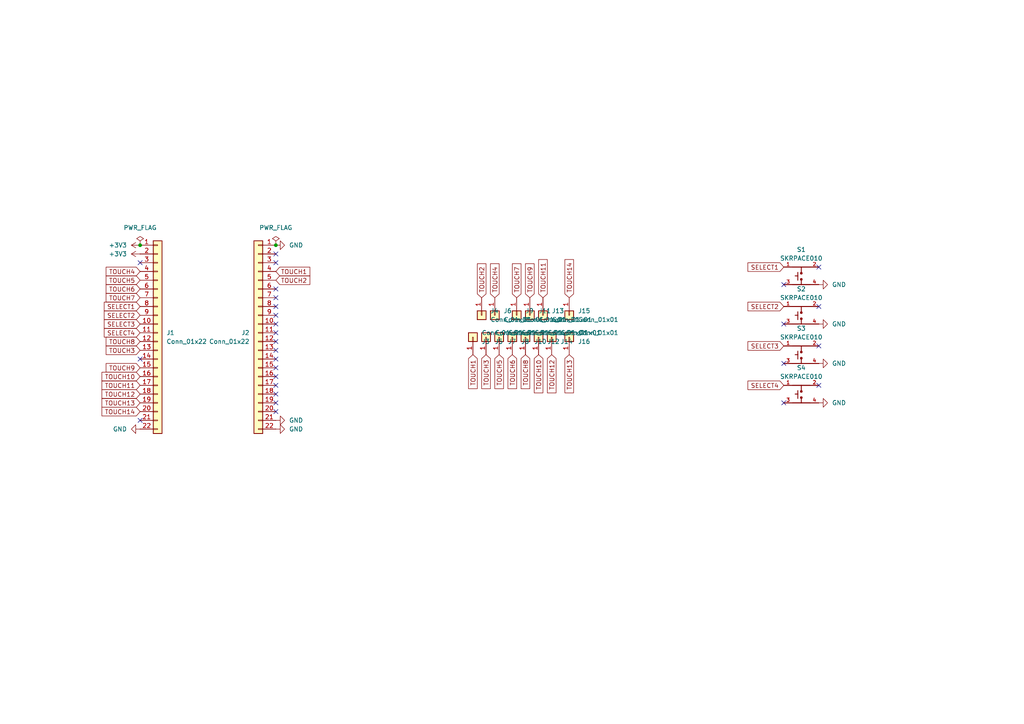
<source format=kicad_sch>
(kicad_sch (version 20231120) (generator "eeschema") (generator_version "8.0")
  (paper "A4")
  (lib_symbols
    (symbol "Connector_Generic:Conn_01x01" (pin_names (offset 1.016) hide)
      (property "Reference" "J" (at 0 2.54 0))
      (property "Value" "Conn_01x01" (at 0 -2.54 0))
      (symbol "Conn_01x01_1_1"
        (rectangle (start -1.27 0.127) (end 0 -0.127) (stroke (width 0.1524)))
        (rectangle (start -1.27 1.27) (end 1.27 -1.27) (stroke (width 0.254)) (fill (type background)))
        (pin passive line (at -5.08 0 0) (length 3.81) (name "Pin_1") (number "1"))
      )
    )
    (symbol "Connector_Generic:Conn_01x22" (pin_names (offset 1.016) hide)
      (property "Reference" "J" (at 0 27.94 0))
      (property "Value" "Conn_01x22" (at 0 -30.48 0))
      (symbol "Conn_01x22_1_1"
        (rectangle (start -1.27 -27.813) (end 0 -28.067) (stroke (width 0.1524)))
        (rectangle (start -1.27 -25.273) (end 0 -25.527) (stroke (width 0.1524)))
        (rectangle (start -1.27 -22.733) (end 0 -22.987) (stroke (width 0.1524)))
        (rectangle (start -1.27 -20.193) (end 0 -20.447) (stroke (width 0.1524)))
        (rectangle (start -1.27 -17.653) (end 0 -17.907) (stroke (width 0.1524)))
        (rectangle (start -1.27 -15.113) (end 0 -15.367) (stroke (width 0.1524)))
        (rectangle (start -1.27 -12.573) (end 0 -12.827) (stroke (width 0.1524)))
        (rectangle (start -1.27 -10.033) (end 0 -10.287) (stroke (width 0.1524)))
        (rectangle (start -1.27 -7.493) (end 0 -7.747) (stroke (width 0.1524)))
        (rectangle (start -1.27 -4.953) (end 0 -5.207) (stroke (width 0.1524)))
        (rectangle (start -1.27 -2.413) (end 0 -2.667) (stroke (width 0.1524)))
        (rectangle (start -1.27 0.127) (end 0 -0.127) (stroke (width 0.1524)))
        (rectangle (start -1.27 2.667) (end 0 2.413) (stroke (width 0.1524)))
        (rectangle (start -1.27 5.207) (end 0 4.953) (stroke (width 0.1524)))
        (rectangle (start -1.27 7.747) (end 0 7.493) (stroke (width 0.1524)))
        (rectangle (start -1.27 10.287) (end 0 10.033) (stroke (width 0.1524)))
        (rectangle (start -1.27 12.827) (end 0 12.573) (stroke (width 0.1524)))
        (rectangle (start -1.27 15.367) (end 0 15.113) (stroke (width 0.1524)))
        (rectangle (start -1.27 17.907) (end 0 17.653) (stroke (width 0.1524)))
        (rectangle (start -1.27 20.447) (end 0 20.193) (stroke (width 0.1524)))
        (rectangle (start -1.27 22.987) (end 0 22.733) (stroke (width 0.1524)))
        (rectangle (start -1.27 25.527) (end 0 25.273) (stroke (width 0.1524)))
        (rectangle (start -1.27 26.67) (end 1.27 -29.21) (stroke (width 0.254)) (fill (type background)))
        (pin passive line (at -5.08 25.4 0) (length 3.81) (name "Pin_1") (number "1"))
        (pin passive line (at -5.08 2.54 0) (length 3.81) (name "Pin_10") (number "10"))
        (pin passive line (at -5.08 0 0) (length 3.81) (name "Pin_11") (number "11"))
        (pin passive line (at -5.08 -2.54 0) (length 3.81) (name "Pin_12") (number "12"))
        (pin passive line (at -5.08 -5.08 0) (length 3.81) (name "Pin_13") (number "13"))
        (pin passive line (at -5.08 -7.62 0) (length 3.81) (name "Pin_14") (number "14"))
        (pin passive line (at -5.08 -10.16 0) (length 3.81) (name "Pin_15") (number "15"))
        (pin passive line (at -5.08 -12.7 0) (length 3.81) (name "Pin_16") (number "16"))
        (pin passive line (at -5.08 -15.24 0) (length 3.81) (name "Pin_17") (number "17"))
        (pin passive line (at -5.08 -17.78 0) (length 3.81) (name "Pin_18") (number "18"))
        (pin passive line (at -5.08 -20.32 0) (length 3.81) (name "Pin_19") (number "19"))
        (pin passive line (at -5.08 22.86 0) (length 3.81) (name "Pin_2") (number "2"))
        (pin passive line (at -5.08 -22.86 0) (length 3.81) (name "Pin_20") (number "20"))
        (pin passive line (at -5.08 -25.4 0) (length 3.81) (name "Pin_21") (number "21"))
        (pin passive line (at -5.08 -27.94 0) (length 3.81) (name "Pin_22") (number "22"))
        (pin passive line (at -5.08 20.32 0) (length 3.81) (name "Pin_3") (number "3"))
        (pin passive line (at -5.08 17.78 0) (length 3.81) (name "Pin_4") (number "4"))
        (pin passive line (at -5.08 15.24 0) (length 3.81) (name "Pin_5") (number "5"))
        (pin passive line (at -5.08 12.7 0) (length 3.81) (name "Pin_6") (number "6"))
        (pin passive line (at -5.08 10.16 0) (length 3.81) (name "Pin_7") (number "7"))
        (pin passive line (at -5.08 7.62 0) (length 3.81) (name "Pin_8") (number "8"))
        (pin passive line (at -5.08 5.08 0) (length 3.81) (name "Pin_9") (number "9"))
      )
    )
    (symbol "SKRPACE010:SKRPACE010" (pin_names (offset 1.016))
      (property "Reference" "S" (at -2.5431 5.0863 0))
      (property "Value" "SKRPACE010" (at -2.5442 -5.0884 0))
      (symbol "SKRPACE010_0_0"
        (circle (center 0 -1.016) (radius 0.254) (stroke (width 0.254)))
        (polyline (pts (xy -5.08 2.54) (xy 5.08 2.54)) (stroke (width 0.254)))
        (polyline (pts (xy -2.54 -2.54) (xy 0 -2.54)) (stroke (width 0.254)))
        (polyline (pts (xy -2.54 2.54) (xy 0 2.54)) (stroke (width 0.254)))
        (polyline (pts (xy -1.016 0) (xy -1.778 0)) (stroke (width 0.254)))
        (polyline (pts (xy -1.016 0) (xy -1.016 -1.27)) (stroke (width 0.254)))
        (polyline (pts (xy -1.016 1.016) (xy -1.016 0)) (stroke (width 0.254)))
        (polyline (pts (xy 0 -2.54) (xy 2.54 -2.54)) (stroke (width 0.254)))
        (polyline (pts (xy 0 -1.016) (xy 0 -2.54)) (stroke (width 0.254)))
        (polyline (pts (xy 0 0.762) (xy 0 2.54)) (stroke (width 0.254)))
        (polyline (pts (xy 0 2.54) (xy 2.54 2.54)) (stroke (width 0.254)))
        (polyline (pts (xy 5.08 -2.54) (xy -5.08 -2.54)) (stroke (width 0.254)))
        (circle (center 0 0.762) (radius 0.254) (stroke (width 0.254)))
      )
      (symbol "SKRPACE010_1_0"
        (pin passive line (at -5.08 2.54 0) (length 2.54) (name "~") (number "1"))
        (pin passive line (at 5.08 2.54 180) (length 2.54) (name "~") (number "2"))
        (pin passive line (at -5.08 -2.54 0) (length 2.54) (name "~") (number "3"))
        (pin passive line (at 5.08 -2.54 180) (length 2.54) (name "~") (number "4"))
      )
    )
    (symbol "power:+3V3" (power) (pin_numbers hide) (pin_names (offset 0) hide)
      (property "Value" "+3V3" (at 0 3.556 0))
      (symbol "+3V3_0_1"
        (polyline (pts (xy -0.762 1.27) (xy 0 2.54)))
        (polyline (pts (xy 0 0) (xy 0 2.54)))
        (polyline (pts (xy 0 2.54) (xy 0.762 1.27)))
      )
      (symbol "+3V3_1_1"
        (pin power_in line (at 0 0 90) (length 0) (name "~") (number "1"))
      )
    )
    (symbol "power:GND" (power) (pin_numbers hide) (pin_names (offset 0) hide)
      (property "Value" "GND" (at 0 -3.81 0))
      (symbol "GND_0_1"
        (polyline (pts (xy 0 0) (xy 0 -1.27) (xy 1.27 -1.27) (xy 0 -2.54) (xy -1.27 -1.27) (xy 0 -1.27)))
      )
      (symbol "GND_1_1"
        (pin power_in line (at 0 0 270) (length 0) (name "~") (number "1"))
      )
    )
    (symbol "power:PWR_FLAG" (power) (pin_numbers hide) (pin_names (offset 0) hide)
      (property "Value" "PWR_FLAG" (at 0 3.81 0))
      (symbol "PWR_FLAG_0_0"
        (pin power_out line (at 0 0 90) (length 0) (name "~") (number "1"))
      )
      (symbol "PWR_FLAG_0_1"
        (polyline (pts (xy 0 0) (xy 0 1.27) (xy -1.016 1.905) (xy 0 2.54) (xy 1.016 1.905) (xy 0 1.27)))
      )
    )
  )
  (junction (at 40.64 71.12))
  (junction (at 80.01 71.12))
  (no_connect (at 80.01 106.68))
  (no_connect (at 40.64 104.14))
  (no_connect (at 80.01 104.14))
  (no_connect (at 80.01 114.3))
  (no_connect (at 80.01 88.9))
  (no_connect (at 80.01 119.38))
  (no_connect (at 40.64 76.2))
  (no_connect (at 80.01 116.84))
  (no_connect (at 80.01 73.66))
  (no_connect (at 80.01 111.76))
  (no_connect (at 80.01 86.36))
  (no_connect (at 237.49 77.47))
  (no_connect (at 80.01 96.52))
  (no_connect (at 237.49 111.76))
  (no_connect (at 80.01 109.22))
  (no_connect (at 80.01 76.2))
  (no_connect (at 227.33 105.41))
  (no_connect (at 80.01 91.44))
  (no_connect (at 80.01 101.6))
  (no_connect (at 80.01 93.98))
  (no_connect (at 80.01 83.82))
  (no_connect (at 237.49 100.33))
  (no_connect (at 227.33 93.98))
  (no_connect (at 227.33 116.84))
  (no_connect (at 227.33 82.55))
  (no_connect (at 237.49 88.9))
  (no_connect (at 80.01 99.06))
  (no_connect (at 40.64 121.92))
  (global_label "SELECT4" (shape input) (at 227.33 111.76 180) (property "Intersheetrefs" "${INTERSHEET_REFS}" (effects (hide yes))))
  (global_label "SELECT2" (shape input) (at 40.64 91.44 180) (property "Intersheetrefs" "${INTERSHEET_REFS}" (effects (hide yes))))
  (global_label "TOUCH2" (shape input) (at 80.01 81.28 0) (property "Intersheetrefs" "${INTERSHEET_REFS}" (effects (hide yes))))
  (global_label "TOUCH3" (shape input) (at 140.97 102.87 270) (property "Intersheetrefs" "${INTERSHEET_REFS}" (effects (hide yes))))
  (global_label "SELECT3" (shape input) (at 227.33 100.33 180) (property "Intersheetrefs" "${INTERSHEET_REFS}" (effects (hide yes))))
  (global_label "TOUCH4" (shape input) (at 40.64 78.74 180) (property "Intersheetrefs" "${INTERSHEET_REFS}" (effects (hide yes))))
  (global_label "TOUCH1" (shape input) (at 80.01 78.74 0) (property "Intersheetrefs" "${INTERSHEET_REFS}" (effects (hide yes))))
  (global_label "TOUCH11" (shape input) (at 40.64 111.76 180) (property "Intersheetrefs" "${INTERSHEET_REFS}" (effects (hide yes))))
  (global_label "TOUCH9" (shape input) (at 40.64 106.68 180) (property "Intersheetrefs" "${INTERSHEET_REFS}" (effects (hide yes))))
  (global_label "TOUCH10" (shape input) (at 40.64 109.22 180) (property "Intersheetrefs" "${INTERSHEET_REFS}" (effects (hide yes))))
  (global_label "TOUCH12" (shape input) (at 40.64 114.3 180) (property "Intersheetrefs" "${INTERSHEET_REFS}" (effects (hide yes))))
  (global_label "TOUCH4" (shape input) (at 143.51 86.36 90) (property "Intersheetrefs" "${INTERSHEET_REFS}" (effects (hide yes))))
  (global_label "SELECT4" (shape input) (at 40.64 96.52 180) (property "Intersheetrefs" "${INTERSHEET_REFS}" (effects (hide yes))))
  (global_label "TOUCH3" (shape input) (at 40.64 101.6 180) (property "Intersheetrefs" "${INTERSHEET_REFS}" (effects (hide yes))))
  (global_label "SELECT1" (shape input) (at 40.64 88.9 180) (property "Intersheetrefs" "${INTERSHEET_REFS}" (effects (hide yes))))
  (global_label "TOUCH8" (shape input) (at 40.64 99.06 180) (property "Intersheetrefs" "${INTERSHEET_REFS}" (effects (hide yes))))
  (global_label "TOUCH14" (shape input) (at 40.64 119.38 180) (property "Intersheetrefs" "${INTERSHEET_REFS}" (effects (hide yes))))
  (global_label "SELECT3" (shape input) (at 40.64 93.98 180) (property "Intersheetrefs" "${INTERSHEET_REFS}" (effects (hide yes))))
  (global_label "TOUCH10" (shape input) (at 156.21 102.87 270) (property "Intersheetrefs" "${INTERSHEET_REFS}" (effects (hide yes))))
  (global_label "TOUCH9" (shape input) (at 153.67 86.36 90) (property "Intersheetrefs" "${INTERSHEET_REFS}" (effects (hide yes))))
  (global_label "TOUCH13" (shape input) (at 40.64 116.84 180) (property "Intersheetrefs" "${INTERSHEET_REFS}" (effects (hide yes))))
  (global_label "TOUCH12" (shape input) (at 160.02 102.87 270) (property "Intersheetrefs" "${INTERSHEET_REFS}" (effects (hide yes))))
  (global_label "TOUCH5" (shape input) (at 40.64 81.28 180) (property "Intersheetrefs" "${INTERSHEET_REFS}" (effects (hide yes))))
  (global_label "SELECT2" (shape input) (at 227.33 88.9 180) (property "Intersheetrefs" "${INTERSHEET_REFS}" (effects (hide yes))))
  (global_label "TOUCH1" (shape input) (at 137.16 102.87 270) (property "Intersheetrefs" "${INTERSHEET_REFS}" (effects (hide yes))))
  (global_label "TOUCH8" (shape input) (at 152.4 102.87 270) (property "Intersheetrefs" "${INTERSHEET_REFS}" (effects (hide yes))))
  (global_label "TOUCH2" (shape input) (at 139.7 86.36 90) (property "Intersheetrefs" "${INTERSHEET_REFS}" (effects (hide yes))))
  (global_label "TOUCH13" (shape input) (at 165.1 102.87 270) (property "Intersheetrefs" "${INTERSHEET_REFS}" (effects (hide yes))))
  (global_label "TOUCH7" (shape input) (at 149.86 86.36 90) (property "Intersheetrefs" "${INTERSHEET_REFS}" (effects (hide yes))))
  (global_label "TOUCH6" (shape input) (at 40.64 83.82 180) (property "Intersheetrefs" "${INTERSHEET_REFS}" (effects (hide yes))))
  (global_label "TOUCH6" (shape input) (at 148.59 102.87 270) (property "Intersheetrefs" "${INTERSHEET_REFS}" (effects (hide yes))))
  (global_label "TOUCH7" (shape input) (at 40.64 86.36 180) (property "Intersheetrefs" "${INTERSHEET_REFS}" (effects (hide yes))))
  (global_label "TOUCH11" (shape input) (at 157.48 86.36 90) (property "Intersheetrefs" "${INTERSHEET_REFS}" (effects (hide yes))))
  (global_label "TOUCH5" (shape input) (at 144.78 102.87 270) (property "Intersheetrefs" "${INTERSHEET_REFS}" (effects (hide yes))))
  (global_label "SELECT1" (shape input) (at 227.33 77.47 180) (property "Intersheetrefs" "${INTERSHEET_REFS}" (effects (hide yes))))
  (global_label "TOUCH14" (shape input) (at 165.1 86.36 90) (property "Intersheetrefs" "${INTERSHEET_REFS}" (effects (hide yes))))
  (symbol (lib_id "Connector_Generic:Conn_01x01") (at 152.4 97.79 270) (mirror x) (unit 1)
    (property "Reference" "J10" (at 154.94 99.0601 90) (effects (justify left)))
    (property "Value" "Conn_01x01" (at 154.94 96.5201 90) (effects (justify left)))
    (property "Footprint" "SparkFun-Switch:Pad-CapacitiveTouch" (effects (hide yes)))
    (property "Description" "Generic connector, single row, 01x01, script generated (kicad-library-utils/schlib/autogen/connector/)" (effects (hide yes)))
  )
  (symbol (lib_id "Connector_Generic:Conn_01x01") (at 165.1 97.79 270) (mirror x) (unit 1)
    (property "Reference" "J16" (at 167.64 99.0601 90) (effects (justify left)))
    (property "Value" "Conn_01x01" (at 167.64 96.5201 90) (effects (justify left)))
    (property "Footprint" "SparkFun-Switch:Pad-CapacitiveTouch" (effects (hide yes)))
    (property "Description" "Generic connector, single row, 01x01, script generated (kicad-library-utils/schlib/autogen/connector/)" (effects (hide yes)))
  )
  (symbol (lib_id "power:GND") (at 237.49 105.41 90) (unit 1)
    (property "Reference" "#PWR09" (effects (hide yes)))
    (property "Value" "GND" (at 241.3 105.4099 90) (effects (justify right)))
    (property "Description" "Power symbol creates a global label with name \"GND\" , ground" (effects (hide yes)))
  )
  (symbol (lib_id "Connector_Generic:Conn_01x01") (at 137.16 97.79 270) (mirror x) (unit 1)
    (property "Reference" "J3" (at 139.7 99.0601 90) (effects (justify left)))
    (property "Value" "Conn_01x01" (at 139.7 96.5201 90) (effects (justify left)))
    (property "Footprint" "SparkFun-Switch:Pad-CapacitiveTouch" (effects (hide yes)))
    (property "Description" "Generic connector, single row, 01x01, script generated (kicad-library-utils/schlib/autogen/connector/)" (effects (hide yes)))
  )
  (symbol (lib_id "Connector_Generic:Conn_01x01") (at 160.02 97.79 270) (mirror x) (unit 1)
    (property "Reference" "J14" (at 162.56 99.0601 90) (effects (justify left)))
    (property "Value" "Conn_01x01" (at 162.56 96.5201 90) (effects (justify left)))
    (property "Footprint" "SparkFun-Switch:Pad-CapacitiveTouch" (effects (hide yes)))
    (property "Description" "Generic connector, single row, 01x01, script generated (kicad-library-utils/schlib/autogen/connector/)" (effects (hide yes)))
  )
  (symbol (lib_id "power:PWR_FLAG") (at 40.64 71.12 0) (unit 1)
    (property "Reference" "#FLG01" (effects (hide yes)))
    (property "Value" "PWR_FLAG" (at 40.64 66.04 0))
    (property "Description" "Special symbol for telling ERC where power comes from" (effects (hide yes)))
  )
  (symbol (lib_id "Connector_Generic:Conn_01x01") (at 153.67 91.44 270) (unit 1)
    (property "Reference" "J11" (at 156.21 90.1699 90) (effects (justify left)))
    (property "Value" "Conn_01x01" (at 156.21 92.7099 90) (effects (justify left)))
    (property "Footprint" "SparkFun-Switch:Pad-CapacitiveTouch" (effects (hide yes)))
    (property "Description" "Generic connector, single row, 01x01, script generated (kicad-library-utils/schlib/autogen/connector/)" (effects (hide yes)))
  )
  (symbol (lib_id "power:+3V3") (at 40.64 71.12 90) (unit 1)
    (property "Reference" "#PWR01" (effects (hide yes)))
    (property "Value" "+3V3" (at 36.83 71.1199 90) (effects (justify left)))
    (property "Description" "Power symbol creates a global label with name \"+3V3\"" (effects (hide yes)))
  )
  (symbol (lib_id "Connector_Generic:Conn_01x01") (at 149.86 91.44 270) (unit 1)
    (property "Reference" "J9" (at 152.4 90.1699 90) (effects (justify left)))
    (property "Value" "Conn_01x01" (at 152.4 92.7099 90) (effects (justify left)))
    (property "Footprint" "SparkFun-Switch:Pad-CapacitiveTouch" (effects (hide yes)))
    (property "Description" "Generic connector, single row, 01x01, script generated (kicad-library-utils/schlib/autogen/connector/)" (effects (hide yes)))
  )
  (symbol (lib_id "Connector_Generic:Conn_01x01") (at 144.78 97.79 270) (mirror x) (unit 1)
    (property "Reference" "J7" (at 147.32 99.0601 90) (effects (justify left)))
    (property "Value" "Conn_01x01" (at 147.32 96.5201 90) (effects (justify left)))
    (property "Footprint" "SparkFun-Switch:Pad-CapacitiveTouch" (effects (hide yes)))
    (property "Description" "Generic connector, single row, 01x01, script generated (kicad-library-utils/schlib/autogen/connector/)" (effects (hide yes)))
  )
  (symbol (lib_id "power:+3V3") (at 40.64 73.66 90) (unit 1)
    (property "Reference" "#PWR02" (effects (hide yes)))
    (property "Value" "+3V3" (at 36.83 73.6599 90) (effects (justify left)))
    (property "Description" "Power symbol creates a global label with name \"+3V3\"" (effects (hide yes)))
  )
  (symbol (lib_id "SKRPACE010:SKRPACE010") (at 232.41 114.3 0) (unit 1)
    (property "Reference" "S4" (at 232.41 106.68 0))
    (property "Value" "SKRPACE010" (at 232.41 109.22 0))
    (property "Footprint" "SKRPACE010:SKRPACE010" (effects (hide yes)))
  )
  (symbol (lib_id "Connector_Generic:Conn_01x01") (at 165.1 91.44 270) (unit 1)
    (property "Reference" "J15" (at 167.64 90.1699 90) (effects (justify left)))
    (property "Value" "Conn_01x01" (at 167.64 92.7099 90) (effects (justify left)))
    (property "Footprint" "SparkFun-Switch:Pad-CapacitiveTouch" (effects (hide yes)))
    (property "Description" "Generic connector, single row, 01x01, script generated (kicad-library-utils/schlib/autogen/connector/)" (effects (hide yes)))
  )
  (symbol (lib_id "power:GND") (at 80.01 71.12 90) (unit 1)
    (property "Reference" "#PWR04" (effects (hide yes)))
    (property "Value" "GND" (at 83.82 71.1199 90) (effects (justify right)))
    (property "Description" "Power symbol creates a global label with name \"GND\" , ground" (effects (hide yes)))
  )
  (symbol (lib_id "Connector_Generic:Conn_01x01") (at 157.48 91.44 270) (unit 1)
    (property "Reference" "J13" (at 160.02 90.1699 90) (effects (justify left)))
    (property "Value" "Conn_01x01" (at 160.02 92.7099 90) (effects (justify left)))
    (property "Footprint" "SparkFun-Switch:Pad-CapacitiveTouch" (effects (hide yes)))
    (property "Description" "Generic connector, single row, 01x01, script generated (kicad-library-utils/schlib/autogen/connector/)" (effects (hide yes)))
  )
  (symbol (lib_id "power:GND") (at 80.01 124.46 90) (unit 1)
    (property "Reference" "#PWR06" (effects (hide yes)))
    (property "Value" "GND" (at 83.82 124.4599 90) (effects (justify right)))
    (property "Description" "Power symbol creates a global label with name \"GND\" , ground" (effects (hide yes)))
  )
  (symbol (lib_id "Connector_Generic:Conn_01x01") (at 140.97 97.79 270) (mirror x) (unit 1)
    (property "Reference" "J5" (at 143.51 99.0601 90) (effects (justify left)))
    (property "Value" "Conn_01x01" (at 143.51 96.5201 90) (effects (justify left)))
    (property "Footprint" "SparkFun-Switch:Pad-CapacitiveTouch" (effects (hide yes)))
    (property "Description" "Generic connector, single row, 01x01, script generated (kicad-library-utils/schlib/autogen/connector/)" (effects (hide yes)))
  )
  (symbol (lib_id "power:GND") (at 40.64 124.46 270) (unit 1)
    (property "Reference" "#PWR03" (effects (hide yes)))
    (property "Value" "GND" (at 36.83 124.4599 90) (effects (justify right)))
    (property "Description" "Power symbol creates a global label with name \"GND\" , ground" (effects (hide yes)))
  )
  (symbol (lib_id "power:GND") (at 237.49 116.84 90) (unit 1)
    (property "Reference" "#PWR010" (effects (hide yes)))
    (property "Value" "GND" (at 241.3 116.8399 90) (effects (justify right)))
    (property "Description" "Power symbol creates a global label with name \"GND\" , ground" (effects (hide yes)))
  )
  (symbol (lib_id "SKRPACE010:SKRPACE010") (at 232.41 91.44 0) (unit 1)
    (property "Reference" "S2" (at 232.41 83.82 0))
    (property "Value" "SKRPACE010" (at 232.41 86.36 0))
    (property "Footprint" "SKRPACE010:SKRPACE010" (effects (hide yes)))
    (property "MF" "ALPS" (effects (hide yes)))
    (property "Description_1" "\n                        \n                            Switch Tactile N.O. SPST Button J-Bend 0.05A 16VDC 2.55N SMD Automotive T/R\n                        \n" (effects (hide yes)))
    (property "Package" "None" (effects (hide yes)))
    (property "Price" "None" (effects (hide yes)))
    (property "Check_prices" "https://www.snapeda.com/parts/SKRPACE010/ALPS/view-part/?ref=eda" (effects (hide yes)))
    (property "STANDARD" "Maniufacturer Recommendations" (effects (hide yes)))
    (property "SnapEDA_Link" "https://www.snapeda.com/parts/SKRPACE010/ALPS/view-part/?ref=snap" (effects (hide yes)))
    (property "MP" "SKRPACE010" (effects (hide yes)))
    (property "Availability" "In Stock" (effects (hide yes)))
    (property "MANUFACTURER" "ALPS" (effects (hide yes)))
  )
  (symbol (lib_id "power:GND") (at 237.49 82.55 90) (unit 1)
    (property "Reference" "#PWR07" (effects (hide yes)))
    (property "Value" "GND" (at 241.3 82.5499 90) (effects (justify right)))
    (property "Description" "Power symbol creates a global label with name \"GND\" , ground" (effects (hide yes)))
  )
  (symbol (lib_id "SKRPACE010:SKRPACE010") (at 232.41 80.01 0) (unit 1)
    (property "Reference" "S1" (at 232.41 72.39 0))
    (property "Value" "SKRPACE010" (at 232.41 74.93 0))
    (property "Footprint" "SKRPACE010:SKRPACE010" (effects (hide yes)))
    (property "MF" "ALPS" (effects (hide yes)))
    (property "Description_1" "\n                        \n                            Switch Tactile N.O. SPST Button J-Bend 0.05A 16VDC 2.55N SMD Automotive T/R\n                        \n" (effects (hide yes)))
    (property "Package" "None" (effects (hide yes)))
    (property "Price" "None" (effects (hide yes)))
    (property "Check_prices" "https://www.snapeda.com/parts/SKRPACE010/ALPS/view-part/?ref=eda" (effects (hide yes)))
    (property "STANDARD" "Maniufacturer Recommendations" (effects (hide yes)))
    (property "SnapEDA_Link" "https://www.snapeda.com/parts/SKRPACE010/ALPS/view-part/?ref=snap" (effects (hide yes)))
    (property "MP" "SKRPACE010" (effects (hide yes)))
    (property "Availability" "In Stock" (effects (hide yes)))
    (property "MANUFACTURER" "ALPS" (effects (hide yes)))
  )
  (symbol (lib_id "Connector_Generic:Conn_01x01") (at 148.59 97.79 270) (mirror x) (unit 1)
    (property "Reference" "J8" (at 151.13 99.0601 90) (effects (justify left)))
    (property "Value" "Conn_01x01" (at 151.13 96.5201 90) (effects (justify left)))
    (property "Footprint" "SparkFun-Switch:Pad-CapacitiveTouch" (effects (hide yes)))
    (property "Description" "Generic connector, single row, 01x01, script generated (kicad-library-utils/schlib/autogen/connector/)" (effects (hide yes)))
  )
  (symbol (lib_id "Connector_Generic:Conn_01x22") (at 45.72 96.52 0) (unit 1)
    (property "Reference" "J1" (at 48.26 96.5199 0) (effects (justify left)))
    (property "Value" "Conn_01x22" (at 48.26 99.0599 0) (effects (justify left)))
    (property "Footprint" "Connector_PinHeader_2.54mm:PinHeader_1x22_P2.54mm_Vertical" (effects (hide yes)))
    (property "Description" "Generic connector, single row, 01x22, script generated (kicad-library-utils/schlib/autogen/connector/)" (effects (hide yes)))
  )
  (symbol (lib_id "Connector_Generic:Conn_01x22") (at 74.93 96.52 0) (mirror y) (unit 1)
    (property "Reference" "J2" (at 72.39 96.5199 0) (effects (justify left)))
    (property "Value" "Conn_01x22" (at 72.39 99.0599 0) (effects (justify left)))
    (property "Footprint" "Connector_PinHeader_2.54mm:PinHeader_1x22_P2.54mm_Vertical" (effects (hide yes)))
    (property "Description" "Generic connector, single row, 01x22, script generated (kicad-library-utils/schlib/autogen/connector/)" (effects (hide yes)))
  )
  (symbol (lib_id "Connector_Generic:Conn_01x01") (at 156.21 97.79 270) (mirror x) (unit 1)
    (property "Reference" "J12" (at 158.75 99.0601 90) (effects (justify left)))
    (property "Value" "Conn_01x01" (at 158.75 96.5201 90) (effects (justify left)))
    (property "Footprint" "SparkFun-Switch:Pad-CapacitiveTouch" (effects (hide yes)))
    (property "Description" "Generic connector, single row, 01x01, script generated (kicad-library-utils/schlib/autogen/connector/)" (effects (hide yes)))
  )
  (symbol (lib_id "SKRPACE010:SKRPACE010") (at 232.41 102.87 0) (unit 1)
    (property "Reference" "S3" (at 232.41 95.25 0))
    (property "Value" "SKRPACE010" (at 232.41 97.79 0))
    (property "Footprint" "SKRPACE010:SKRPACE010" (effects (hide yes)))
    (property "MF" "ALPS" (effects (hide yes)))
    (property "Description_1" "\n                        \n                            Switch Tactile N.O. SPST Button J-Bend 0.05A 16VDC 2.55N SMD Automotive T/R\n                        \n" (effects (hide yes)))
    (property "Package" "None" (effects (hide yes)))
    (property "Price" "None" (effects (hide yes)))
    (property "Check_prices" "https://www.snapeda.com/parts/SKRPACE010/ALPS/view-part/?ref=eda" (effects (hide yes)))
    (property "STANDARD" "Maniufacturer Recommendations" (effects (hide yes)))
    (property "SnapEDA_Link" "https://www.snapeda.com/parts/SKRPACE010/ALPS/view-part/?ref=snap" (effects (hide yes)))
    (property "MP" "SKRPACE010" (effects (hide yes)))
    (property "Availability" "In Stock" (effects (hide yes)))
    (property "MANUFACTURER" "ALPS" (effects (hide yes)))
  )
  (symbol (lib_id "power:PWR_FLAG") (at 80.01 71.12 0) (unit 1)
    (property "Reference" "#FLG02" (effects (hide yes)))
    (property "Value" "PWR_FLAG" (at 80.01 66.04 0))
    (property "Description" "Special symbol for telling ERC where power comes from" (effects (hide yes)))
  )
  (symbol (lib_id "Connector_Generic:Conn_01x01") (at 143.51 91.44 270) (unit 1)
    (property "Reference" "J6" (at 146.05 90.1699 90) (effects (justify left)))
    (property "Value" "Conn_01x01" (at 146.05 92.7099 90) (effects (justify left)))
    (property "Footprint" "SparkFun-Switch:Pad-CapacitiveTouch" (effects (hide yes)))
    (property "Description" "Generic connector, single row, 01x01, script generated (kicad-library-utils/schlib/autogen/connector/)" (effects (hide yes)))
  )
  (symbol (lib_id "Connector_Generic:Conn_01x01") (at 139.7 91.44 270) (unit 1)
    (property "Reference" "J4" (at 142.24 90.1699 90) (effects (justify left)))
    (property "Value" "Conn_01x01" (at 142.24 92.7099 90) (effects (justify left)))
    (property "Footprint" "SparkFun-Switch:Pad-CapacitiveTouch" (effects (hide yes)))
    (property "Description" "Generic connector, single row, 01x01, script generated (kicad-library-utils/schlib/autogen/connector/)" (effects (hide yes)))
  )
  (symbol (lib_id "power:GND") (at 237.49 93.98 90) (unit 1)
    (property "Reference" "#PWR08" (effects (hide yes)))
    (property "Value" "GND" (at 241.3 93.9799 90) (effects (justify right)))
    (property "Description" "Power symbol creates a global label with name \"GND\" , ground" (effects (hide yes)))
  )
  (symbol (lib_id "power:GND") (at 80.01 121.92 90) (unit 1)
    (property "Reference" "#PWR05" (effects (hide yes)))
    (property "Value" "GND" (at 83.82 121.9199 90) (effects (justify right)))
    (property "Description" "Power symbol creates a global label with name \"GND\" , ground" (effects (hide yes)))
  )
)
</source>
